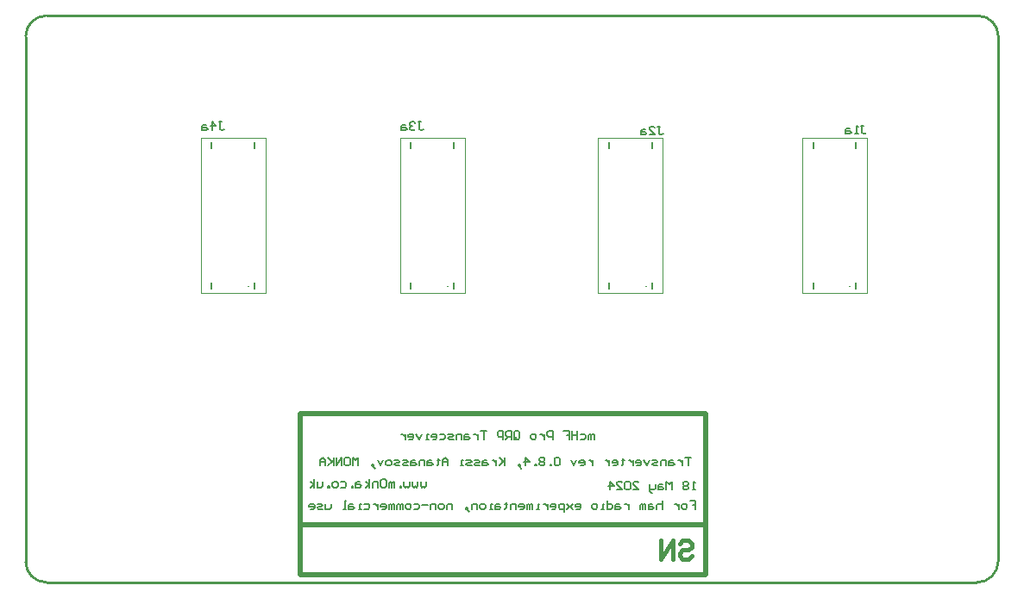
<source format=gbo>
G04*
G04 #@! TF.GenerationSoftware,Altium Limited,Altium Designer,20.1.8 (145)*
G04*
G04 Layer_Color=39423*
%FSAX24Y24*%
%MOIN*%
G70*
G04*
G04 #@! TF.SameCoordinates,11B2BD8A-5282-4B5C-B75C-580E7C91704B*
G04*
G04*
G04 #@! TF.FilePolarity,Positive*
G04*
G01*
G75*
%ADD11C,0.0039*%
%ADD12C,0.0079*%
%ADD13C,0.0080*%
%ADD32C,0.0100*%
%ADD33C,0.0200*%
%ADD34C,0.0180*%
D11*
X027164Y015220D02*
G03*
X027125Y015220I-000020J000000D01*
G01*
D02*
G03*
X027164Y015220I000020J000000D01*
G01*
X019504D02*
G03*
X019465Y015220I-000020J000000D01*
G01*
D02*
G03*
X019504Y015220I000020J000000D01*
G01*
X011804Y015220D02*
G03*
X011764Y015220I-000020J000000D01*
G01*
D02*
G03*
X011804Y015220I000020J000000D01*
G01*
X035044Y015220D02*
G03*
X035005Y015220I-000020J000000D01*
G01*
D02*
G03*
X035044Y015220I000020J000000D01*
G01*
X025300Y020970D02*
X027800D01*
X025300Y014970D02*
Y020970D01*
X027800Y014970D02*
Y020970D01*
X025300Y014970D02*
X027800D01*
X017640Y020970D02*
X020140D01*
X017640Y014970D02*
Y020970D01*
X020140Y014970D02*
Y020970D01*
X017640Y014970D02*
X020140D01*
X009939Y020970D02*
X012439D01*
X009939Y014970D02*
Y020970D01*
X012439Y014970D02*
Y020970D01*
X009939Y014970D02*
X012439D01*
X033180Y020970D02*
X035680D01*
X033180Y014970D02*
Y020970D01*
X035680Y014970D02*
Y020970D01*
X033180Y014970D02*
X035680D01*
D12*
X027377Y015135D02*
Y015372D01*
X025723Y015135D02*
Y015372D01*
Y020568D02*
Y020805D01*
X027377Y020568D02*
Y020805D01*
X019717Y015135D02*
Y015372D01*
X018063Y015135D02*
Y015372D01*
Y020568D02*
Y020805D01*
X019717Y020568D02*
Y020805D01*
X012016Y015135D02*
Y015372D01*
X010363Y015135D02*
Y015372D01*
Y020568D02*
Y020805D01*
X012016Y020568D02*
Y020805D01*
X035257Y015135D02*
Y015372D01*
X033603Y015135D02*
Y015372D01*
Y020568D02*
Y020805D01*
X035257Y020568D02*
Y020805D01*
D13*
X028837Y006930D02*
X029050D01*
Y006770D01*
X028943D01*
X029050D01*
Y006610D01*
X028677D02*
X028570D01*
X028517Y006663D01*
Y006770D01*
X028570Y006823D01*
X028677D01*
X028730Y006770D01*
Y006663D01*
X028677Y006610D01*
X028410Y006823D02*
Y006610D01*
Y006717D01*
X028357Y006770D01*
X028304Y006823D01*
X028250D01*
X027770Y006930D02*
Y006610D01*
Y006770D01*
X027717Y006823D01*
X027610D01*
X027557Y006770D01*
Y006610D01*
X027397Y006823D02*
X027291D01*
X027237Y006770D01*
Y006610D01*
X027397D01*
X027451Y006663D01*
X027397Y006717D01*
X027237D01*
X027131Y006610D02*
Y006823D01*
X027077D01*
X027024Y006770D01*
Y006610D01*
Y006770D01*
X026971Y006823D01*
X026917Y006770D01*
Y006610D01*
X026491Y006823D02*
Y006610D01*
Y006717D01*
X026438Y006770D01*
X026384Y006823D01*
X026331D01*
X026118D02*
X026011D01*
X025958Y006770D01*
Y006610D01*
X026118D01*
X026171Y006663D01*
X026118Y006717D01*
X025958D01*
X025638Y006930D02*
Y006610D01*
X025798D01*
X025851Y006663D01*
Y006770D01*
X025798Y006823D01*
X025638D01*
X025531Y006610D02*
X025424D01*
X025478D01*
Y006823D01*
X025531D01*
X025211Y006610D02*
X025105D01*
X025051Y006663D01*
Y006770D01*
X025105Y006823D01*
X025211D01*
X025265Y006770D01*
Y006663D01*
X025211Y006610D01*
X024465D02*
X024571D01*
X024625Y006663D01*
Y006770D01*
X024571Y006823D01*
X024465D01*
X024411Y006770D01*
Y006717D01*
X024625D01*
X024305Y006823D02*
X024092Y006610D01*
X024198Y006717D01*
X024092Y006823D01*
X024305Y006610D01*
X023985Y006503D02*
Y006823D01*
X023825D01*
X023772Y006770D01*
Y006663D01*
X023825Y006610D01*
X023985D01*
X023505D02*
X023612D01*
X023665Y006663D01*
Y006770D01*
X023612Y006823D01*
X023505D01*
X023452Y006770D01*
Y006717D01*
X023665D01*
X023345Y006823D02*
Y006610D01*
Y006717D01*
X023292Y006770D01*
X023239Y006823D01*
X023185D01*
X023025Y006610D02*
X022919D01*
X022972D01*
Y006823D01*
X023025D01*
X022759Y006610D02*
Y006823D01*
X022705D01*
X022652Y006770D01*
Y006610D01*
Y006770D01*
X022599Y006823D01*
X022545Y006770D01*
Y006610D01*
X022279D02*
X022385D01*
X022439Y006663D01*
Y006770D01*
X022385Y006823D01*
X022279D01*
X022226Y006770D01*
Y006717D01*
X022439D01*
X022119Y006610D02*
Y006823D01*
X021959D01*
X021906Y006770D01*
Y006610D01*
X021746Y006877D02*
Y006823D01*
X021799D01*
X021692D01*
X021746D01*
Y006663D01*
X021692Y006610D01*
X021479Y006823D02*
X021372D01*
X021319Y006770D01*
Y006610D01*
X021479D01*
X021532Y006663D01*
X021479Y006717D01*
X021319D01*
X021213Y006610D02*
X021106D01*
X021159D01*
Y006823D01*
X021213D01*
X020893Y006610D02*
X020786D01*
X020733Y006663D01*
Y006770D01*
X020786Y006823D01*
X020893D01*
X020946Y006770D01*
Y006663D01*
X020893Y006610D01*
X020626D02*
Y006823D01*
X020466D01*
X020413Y006770D01*
Y006610D01*
X020253Y006557D02*
X020200Y006610D01*
Y006663D01*
X020253D01*
Y006610D01*
X020200D01*
X020253Y006557D01*
X020306Y006503D01*
X019666Y006610D02*
Y006823D01*
X019506D01*
X019453Y006770D01*
Y006610D01*
X019293D02*
X019187D01*
X019133Y006663D01*
Y006770D01*
X019187Y006823D01*
X019293D01*
X019346Y006770D01*
Y006663D01*
X019293Y006610D01*
X019027D02*
Y006823D01*
X018867D01*
X018813Y006770D01*
Y006610D01*
X018707Y006770D02*
X018493D01*
X018174Y006823D02*
X018333D01*
X018387Y006770D01*
Y006663D01*
X018333Y006610D01*
X018174D01*
X018014D02*
X017907D01*
X017854Y006663D01*
Y006770D01*
X017907Y006823D01*
X018014D01*
X018067Y006770D01*
Y006663D01*
X018014Y006610D01*
X017747D02*
Y006823D01*
X017694D01*
X017640Y006770D01*
Y006610D01*
Y006770D01*
X017587Y006823D01*
X017534Y006770D01*
Y006610D01*
X017427D02*
Y006823D01*
X017374D01*
X017320Y006770D01*
Y006610D01*
Y006770D01*
X017267Y006823D01*
X017214Y006770D01*
Y006610D01*
X016947D02*
X017054D01*
X017107Y006663D01*
Y006770D01*
X017054Y006823D01*
X016947D01*
X016894Y006770D01*
Y006717D01*
X017107D01*
X016787Y006823D02*
Y006610D01*
Y006717D01*
X016734Y006770D01*
X016681Y006823D01*
X016627D01*
X016254D02*
X016414D01*
X016467Y006770D01*
Y006663D01*
X016414Y006610D01*
X016254D01*
X016147D02*
X016041D01*
X016094D01*
Y006823D01*
X016147D01*
X015828D02*
X015721D01*
X015668Y006770D01*
Y006610D01*
X015828D01*
X015881Y006663D01*
X015828Y006717D01*
X015668D01*
X015561Y006610D02*
X015454D01*
X015508D01*
Y006930D01*
X015561D01*
X014975Y006823D02*
Y006663D01*
X014921Y006610D01*
X014761D01*
Y006823D01*
X014655Y006610D02*
X014495D01*
X014441Y006663D01*
X014495Y006717D01*
X014601D01*
X014655Y006770D01*
X014601Y006823D01*
X014441D01*
X014175Y006610D02*
X014281D01*
X014335Y006663D01*
Y006770D01*
X014281Y006823D01*
X014175D01*
X014121Y006770D01*
Y006717D01*
X014335D01*
X018650Y007663D02*
Y007503D01*
X018597Y007450D01*
X018543Y007503D01*
X018490Y007450D01*
X018437Y007503D01*
Y007663D01*
X018330D02*
Y007503D01*
X018277Y007450D01*
X018223Y007503D01*
X018170Y007450D01*
X018117Y007503D01*
Y007663D01*
X018010D02*
Y007503D01*
X017957Y007450D01*
X017904Y007503D01*
X017850Y007450D01*
X017797Y007503D01*
Y007663D01*
X017690Y007450D02*
Y007503D01*
X017637D01*
Y007450D01*
X017690D01*
X017424D02*
Y007663D01*
X017370D01*
X017317Y007610D01*
Y007450D01*
Y007610D01*
X017264Y007663D01*
X017210Y007610D01*
Y007450D01*
X017104Y007717D02*
X017051Y007770D01*
X016944D01*
X016891Y007717D01*
Y007503D01*
X016944Y007450D01*
X017051D01*
X017104Y007503D01*
Y007717D01*
X016784Y007450D02*
Y007663D01*
X016624D01*
X016571Y007610D01*
Y007450D01*
X016464D02*
Y007770D01*
Y007557D02*
X016304Y007663D01*
X016464Y007557D02*
X016304Y007450D01*
X016091Y007663D02*
X015984D01*
X015931Y007610D01*
Y007450D01*
X016091D01*
X016144Y007503D01*
X016091Y007557D01*
X015931D01*
X015824Y007450D02*
Y007503D01*
X015771D01*
Y007450D01*
X015824D01*
X015344Y007663D02*
X015504D01*
X015558Y007610D01*
Y007503D01*
X015504Y007450D01*
X015344D01*
X015184D02*
X015078D01*
X015024Y007503D01*
Y007610D01*
X015078Y007663D01*
X015184D01*
X015238Y007610D01*
Y007503D01*
X015184Y007450D01*
X014918D02*
Y007503D01*
X014865D01*
Y007450D01*
X014918D01*
X014651Y007663D02*
Y007503D01*
X014598Y007450D01*
X014438D01*
Y007663D01*
X014331Y007450D02*
Y007770D01*
Y007557D02*
X014171Y007663D01*
X014331Y007557D02*
X014171Y007450D01*
X029050Y007360D02*
X028943D01*
X028997D01*
Y007680D01*
X029050Y007627D01*
X028783D02*
X028730Y007680D01*
X028623D01*
X028570Y007627D01*
Y007573D01*
X028623Y007520D01*
X028570Y007467D01*
Y007413D01*
X028623Y007360D01*
X028730D01*
X028783Y007413D01*
Y007467D01*
X028730Y007520D01*
X028783Y007573D01*
Y007627D01*
X028730Y007520D02*
X028623D01*
X028144Y007360D02*
Y007680D01*
X028037Y007573D01*
X027930Y007680D01*
Y007360D01*
X027770Y007573D02*
X027664D01*
X027610Y007520D01*
Y007360D01*
X027770D01*
X027824Y007413D01*
X027770Y007467D01*
X027610D01*
X027504Y007573D02*
Y007413D01*
X027451Y007360D01*
X027291D01*
Y007307D01*
X027344Y007253D01*
X027397D01*
X027291Y007360D02*
Y007573D01*
X026651Y007360D02*
X026864D01*
X026651Y007573D01*
Y007627D01*
X026704Y007680D01*
X026811D01*
X026864Y007627D01*
X026544D02*
X026491Y007680D01*
X026384D01*
X026331Y007627D01*
Y007413D01*
X026384Y007360D01*
X026491D01*
X026544Y007413D01*
Y007627D01*
X026011Y007360D02*
X026224D01*
X026011Y007573D01*
Y007627D01*
X026064Y007680D01*
X026171D01*
X026224Y007627D01*
X025744Y007360D02*
Y007680D01*
X025904Y007520D01*
X025691D01*
X028880Y008610D02*
X028667D01*
X028773D01*
Y008290D01*
X028560Y008503D02*
Y008290D01*
Y008397D01*
X028507Y008450D01*
X028453Y008503D01*
X028400D01*
X028187D02*
X028080D01*
X028027Y008450D01*
Y008290D01*
X028187D01*
X028240Y008343D01*
X028187Y008397D01*
X028027D01*
X027920Y008290D02*
Y008503D01*
X027760D01*
X027707Y008450D01*
Y008290D01*
X027600D02*
X027440D01*
X027387Y008343D01*
X027440Y008397D01*
X027547D01*
X027600Y008450D01*
X027547Y008503D01*
X027387D01*
X027281D02*
X027174Y008290D01*
X027067Y008503D01*
X026801Y008290D02*
X026907D01*
X026961Y008343D01*
Y008450D01*
X026907Y008503D01*
X026801D01*
X026747Y008450D01*
Y008397D01*
X026961D01*
X026641Y008503D02*
Y008290D01*
Y008397D01*
X026587Y008450D01*
X026534Y008503D01*
X026481D01*
X026268Y008557D02*
Y008503D01*
X026321D01*
X026214D01*
X026268D01*
Y008343D01*
X026214Y008290D01*
X025894D02*
X026001D01*
X026054Y008343D01*
Y008450D01*
X026001Y008503D01*
X025894D01*
X025841Y008450D01*
Y008397D01*
X026054D01*
X025734Y008503D02*
Y008290D01*
Y008397D01*
X025681Y008450D01*
X025628Y008503D01*
X025574D01*
X025095D02*
Y008290D01*
Y008397D01*
X025041Y008450D01*
X024988Y008503D01*
X024935D01*
X024615Y008290D02*
X024721D01*
X024775Y008343D01*
Y008450D01*
X024721Y008503D01*
X024615D01*
X024561Y008450D01*
Y008397D01*
X024775D01*
X024455Y008503D02*
X024348Y008290D01*
X024241Y008503D01*
X023815Y008557D02*
X023762Y008610D01*
X023655D01*
X023602Y008557D01*
Y008343D01*
X023655Y008290D01*
X023762D01*
X023815Y008343D01*
Y008557D01*
X023495Y008290D02*
Y008343D01*
X023442D01*
Y008290D01*
X023495D01*
X023228Y008557D02*
X023175Y008610D01*
X023069D01*
X023015Y008557D01*
Y008503D01*
X023069Y008450D01*
X023015Y008397D01*
Y008343D01*
X023069Y008290D01*
X023175D01*
X023228Y008343D01*
Y008397D01*
X023175Y008450D01*
X023228Y008503D01*
Y008557D01*
X023175Y008450D02*
X023069D01*
X022909Y008290D02*
Y008343D01*
X022855D01*
Y008290D01*
X022909D01*
X022482D02*
Y008610D01*
X022642Y008450D01*
X022429D01*
X022269Y008237D02*
X022215Y008290D01*
Y008343D01*
X022269D01*
Y008290D01*
X022215D01*
X022269Y008237D01*
X022322Y008183D01*
X021682Y008610D02*
Y008290D01*
Y008397D01*
X021469Y008610D01*
X021629Y008450D01*
X021469Y008290D01*
X021362Y008503D02*
Y008290D01*
Y008397D01*
X021309Y008450D01*
X021256Y008503D01*
X021202D01*
X020989D02*
X020883D01*
X020829Y008450D01*
Y008290D01*
X020989D01*
X021043Y008343D01*
X020989Y008397D01*
X020829D01*
X020723Y008290D02*
X020563D01*
X020509Y008343D01*
X020563Y008397D01*
X020669D01*
X020723Y008450D01*
X020669Y008503D01*
X020509D01*
X020403Y008290D02*
X020243D01*
X020189Y008343D01*
X020243Y008397D01*
X020349D01*
X020403Y008450D01*
X020349Y008503D01*
X020189D01*
X020083Y008290D02*
X019976D01*
X020030D01*
Y008503D01*
X020083D01*
X019496Y008290D02*
Y008503D01*
X019390Y008610D01*
X019283Y008503D01*
Y008290D01*
Y008450D01*
X019496D01*
X019123Y008557D02*
Y008503D01*
X019176D01*
X019070D01*
X019123D01*
Y008343D01*
X019070Y008290D01*
X018857Y008503D02*
X018750D01*
X018697Y008450D01*
Y008290D01*
X018857D01*
X018910Y008343D01*
X018857Y008397D01*
X018697D01*
X018590Y008290D02*
Y008503D01*
X018430D01*
X018377Y008450D01*
Y008290D01*
X018217Y008503D02*
X018110D01*
X018057Y008450D01*
Y008290D01*
X018217D01*
X018270Y008343D01*
X018217Y008397D01*
X018057D01*
X017950Y008290D02*
X017790D01*
X017737Y008343D01*
X017790Y008397D01*
X017897D01*
X017950Y008450D01*
X017897Y008503D01*
X017737D01*
X017630Y008290D02*
X017470D01*
X017417Y008343D01*
X017470Y008397D01*
X017577D01*
X017630Y008450D01*
X017577Y008503D01*
X017417D01*
X017257Y008290D02*
X017150D01*
X017097Y008343D01*
Y008450D01*
X017150Y008503D01*
X017257D01*
X017310Y008450D01*
Y008343D01*
X017257Y008290D01*
X016990Y008503D02*
X016884Y008290D01*
X016777Y008503D01*
X016617Y008237D02*
X016564Y008290D01*
Y008343D01*
X016617D01*
Y008290D01*
X016564D01*
X016617Y008237D01*
X016671Y008183D01*
X016031Y008290D02*
Y008610D01*
X015924Y008503D01*
X015818Y008610D01*
Y008290D01*
X015711Y008557D02*
X015658Y008610D01*
X015551D01*
X015498Y008557D01*
Y008343D01*
X015551Y008290D01*
X015658D01*
X015711Y008343D01*
Y008557D01*
X015391Y008290D02*
Y008610D01*
X015178Y008290D01*
Y008610D01*
X015071D02*
Y008290D01*
Y008397D01*
X014858Y008610D01*
X015018Y008450D01*
X014858Y008290D01*
X014751D02*
Y008503D01*
X014645Y008610D01*
X014538Y008503D01*
Y008290D01*
Y008450D01*
X014751D01*
X025140Y009310D02*
Y009523D01*
X025087D01*
X025033Y009470D01*
Y009310D01*
Y009470D01*
X024980Y009523D01*
X024927Y009470D01*
Y009310D01*
X024607Y009523D02*
X024767D01*
X024820Y009470D01*
Y009363D01*
X024767Y009310D01*
X024607D01*
X024500Y009630D02*
Y009310D01*
Y009470D01*
X024287D01*
Y009630D01*
Y009310D01*
X023967Y009630D02*
X024180D01*
Y009470D01*
X024074D01*
X024180D01*
Y009310D01*
X023541D02*
Y009630D01*
X023381D01*
X023327Y009577D01*
Y009470D01*
X023381Y009417D01*
X023541D01*
X023221Y009523D02*
Y009310D01*
Y009417D01*
X023167Y009470D01*
X023114Y009523D01*
X023061D01*
X022847Y009310D02*
X022741D01*
X022687Y009363D01*
Y009470D01*
X022741Y009523D01*
X022847D01*
X022901Y009470D01*
Y009363D01*
X022847Y009310D01*
X022048Y009363D02*
Y009577D01*
X022101Y009630D01*
X022208D01*
X022261Y009577D01*
Y009363D01*
X022208Y009310D01*
X022101D01*
X022154Y009417D02*
X022048Y009310D01*
X022101D02*
X022048Y009363D01*
X021941Y009310D02*
Y009630D01*
X021781D01*
X021728Y009577D01*
Y009470D01*
X021781Y009417D01*
X021941D01*
X021834D02*
X021728Y009310D01*
X021621D02*
Y009630D01*
X021461D01*
X021408Y009577D01*
Y009470D01*
X021461Y009417D01*
X021621D01*
X020981Y009630D02*
X020768D01*
X020875D01*
Y009310D01*
X020661Y009523D02*
Y009310D01*
Y009417D01*
X020608Y009470D01*
X020555Y009523D01*
X020501D01*
X020288D02*
X020182D01*
X020128Y009470D01*
Y009310D01*
X020288D01*
X020342Y009363D01*
X020288Y009417D01*
X020128D01*
X020022Y009310D02*
Y009523D01*
X019862D01*
X019808Y009470D01*
Y009310D01*
X019702D02*
X019542D01*
X019488Y009363D01*
X019542Y009417D01*
X019648D01*
X019702Y009470D01*
X019648Y009523D01*
X019488D01*
X019169D02*
X019329D01*
X019382Y009470D01*
Y009363D01*
X019329Y009310D01*
X019169D01*
X018902D02*
X019009D01*
X019062Y009363D01*
Y009470D01*
X019009Y009523D01*
X018902D01*
X018849Y009470D01*
Y009417D01*
X019062D01*
X018742Y009310D02*
X018635D01*
X018689D01*
Y009523D01*
X018742D01*
X018475D02*
X018369Y009310D01*
X018262Y009523D01*
X017996Y009310D02*
X018102D01*
X018156Y009363D01*
Y009470D01*
X018102Y009523D01*
X017996D01*
X017942Y009470D01*
Y009417D01*
X018156D01*
X017836Y009523D02*
Y009310D01*
Y009417D01*
X017782Y009470D01*
X017729Y009523D01*
X017676D01*
X010637Y021590D02*
X010743D01*
X010690D01*
Y021323D01*
X010743Y021270D01*
X010797D01*
X010850Y021323D01*
X010370Y021270D02*
Y021590D01*
X010530Y021430D01*
X010317D01*
X010157Y021483D02*
X010050D01*
X009997Y021430D01*
Y021270D01*
X010157D01*
X010210Y021323D01*
X010157Y021377D01*
X009997D01*
X018337Y021590D02*
X018443D01*
X018390D01*
Y021323D01*
X018443Y021270D01*
X018497D01*
X018550Y021323D01*
X018230Y021537D02*
X018177Y021590D01*
X018070D01*
X018017Y021537D01*
Y021483D01*
X018070Y021430D01*
X018123D01*
X018070D01*
X018017Y021377D01*
Y021323D01*
X018070Y021270D01*
X018177D01*
X018230Y021323D01*
X017857Y021483D02*
X017750D01*
X017697Y021430D01*
Y021270D01*
X017857D01*
X017910Y021323D01*
X017857Y021377D01*
X017697D01*
X027593Y021410D02*
X027700D01*
X027647D01*
Y021143D01*
X027700Y021090D01*
X027753D01*
X027807Y021143D01*
X027273Y021090D02*
X027487D01*
X027273Y021303D01*
Y021357D01*
X027327Y021410D01*
X027433D01*
X027487Y021357D01*
X027113Y021303D02*
X027007D01*
X026953Y021250D01*
Y021090D01*
X027113D01*
X027167Y021143D01*
X027113Y021197D01*
X026953D01*
X035447Y021450D02*
X035553D01*
X035500D01*
Y021183D01*
X035553Y021130D01*
X035607D01*
X035660Y021183D01*
X035340Y021130D02*
X035233D01*
X035287D01*
Y021450D01*
X035340Y021397D01*
X035020Y021343D02*
X034913D01*
X034860Y021290D01*
Y021130D01*
X035020D01*
X035073Y021183D01*
X035020Y021237D01*
X034860D01*
D32*
X039923Y003774D02*
G03*
X040757Y004602I000003J000831D01*
G01*
X040760Y024904D02*
G03*
X039970Y025700I-000793J000003D01*
G01*
X003976Y025700D02*
G03*
X003180Y024910I-000003J-000793D01*
G01*
X003180Y004576D02*
G03*
X003970Y003780I000793J-000003D01*
G01*
X003977Y003779D02*
X039926D01*
X040757Y004605D02*
Y024890D01*
X003177Y004573D02*
Y024887D01*
X003991Y025701D02*
X039970D01*
D33*
X013774Y004065D02*
X029451D01*
X013774D02*
Y005988D01*
X013769Y005990D02*
Y010300D01*
X029449D01*
Y005990D02*
Y010300D01*
X029451Y004065D02*
Y005982D01*
X013769Y005990D02*
X029449D01*
D34*
X028440Y005270D02*
X028560Y005390D01*
X028800D01*
X028920Y005270D01*
Y005150D01*
X028800Y005030D01*
X028560D01*
X028440Y004910D01*
Y004790D01*
X028560Y004670D01*
X028800D01*
X028920Y004790D01*
X028200Y004670D02*
Y005390D01*
X027720Y004670D01*
Y005390D01*
M02*

</source>
